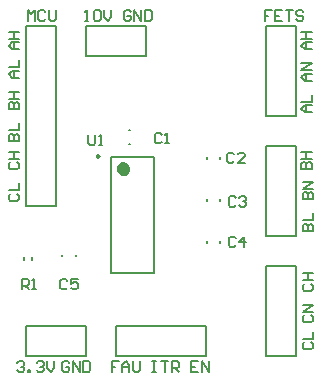
<source format=gto>
G04*
G04 #@! TF.GenerationSoftware,Altium Limited,Altium Designer,20.1.11 (218)*
G04*
G04 Layer_Color=65535*
%FSLAX25Y25*%
%MOIN*%
G70*
G04*
G04 #@! TF.SameCoordinates,C0BC10C8-0731-4CBC-98FA-3322C1096404*
G04*
G04*
G04 #@! TF.FilePolarity,Positive*
G04*
G01*
G75*
%ADD10C,0.00984*%
%ADD11C,0.02362*%
%ADD12C,0.00787*%
%ADD13C,0.00700*%
D10*
X169476Y171587D02*
X168738Y172013D01*
Y171160D01*
X169476Y171587D01*
D11*
X178532Y167354D02*
X178087Y168278D01*
X177088Y168506D01*
X176286Y167867D01*
Y166842D01*
X177088Y166203D01*
X178087Y166431D01*
X178532Y167354D01*
D12*
X179303Y175736D02*
X179697D01*
X179303Y180264D02*
X179697D01*
X147068Y137039D02*
Y137827D01*
X144509Y137039D02*
Y137827D01*
X161665Y138221D02*
Y138614D01*
X157137Y138221D02*
Y138614D01*
X165000Y105000D02*
Y115000D01*
X145000Y105000D02*
X165000D01*
X145000D02*
Y115000D01*
X165000D01*
X205236Y170803D02*
Y171197D01*
X209764Y170803D02*
Y171197D01*
X205236Y142803D02*
Y143197D01*
X209764Y142803D02*
Y143197D01*
X205236Y156803D02*
Y157197D01*
X209764Y156803D02*
Y157197D01*
X185000Y205000D02*
Y215000D01*
X165000Y205000D02*
X185000D01*
X165000D02*
Y215000D01*
X185000D01*
X225000D02*
X235000D01*
Y185000D02*
Y215000D01*
X225000Y185000D02*
X235000D01*
X225000D02*
Y215000D01*
X145000Y155000D02*
Y215000D01*
X155000Y155000D02*
Y215000D01*
X145000D02*
X155000D01*
X145000Y155000D02*
X155000D01*
X173413Y132709D02*
Y171291D01*
X187587Y132709D02*
Y171291D01*
X173413D02*
X187587D01*
X173413Y132709D02*
X187587D01*
X225000Y175000D02*
X235000D01*
Y145000D02*
Y175000D01*
X225000Y145000D02*
X235000D01*
X225000D02*
Y175000D01*
Y135000D02*
X235000D01*
Y105000D02*
Y135000D01*
X225000Y105000D02*
X235000D01*
X225000D02*
Y135000D01*
X175000Y105000D02*
Y115000D01*
X205000D01*
Y105000D02*
Y115000D01*
X175000Y105000D02*
X205000D01*
D13*
X237884Y118533D02*
X237301Y117949D01*
Y116783D01*
X237884Y116200D01*
X240217D01*
X240800Y116783D01*
Y117949D01*
X240217Y118533D01*
X240800Y119699D02*
X237301D01*
X240800Y122031D01*
X237301D01*
X142200Y102616D02*
X142783Y103199D01*
X143949D01*
X144533Y102616D01*
Y102033D01*
X143949Y101449D01*
X143366D01*
X143949D01*
X144533Y100866D01*
Y100283D01*
X143949Y99700D01*
X142783D01*
X142200Y100283D01*
X145699Y99700D02*
Y100283D01*
X146282D01*
Y99700D01*
X145699D01*
X148615Y102616D02*
X149198Y103199D01*
X150364D01*
X150947Y102616D01*
Y102033D01*
X150364Y101449D01*
X149781D01*
X150364D01*
X150947Y100866D01*
Y100283D01*
X150364Y99700D01*
X149198D01*
X148615Y100283D01*
X152113Y103199D02*
Y100866D01*
X153280Y99700D01*
X154446Y100866D01*
Y103199D01*
X240300Y186200D02*
X237967D01*
X236801Y187366D01*
X237967Y188533D01*
X240300D01*
X238551D01*
Y186200D01*
X236801Y189699D02*
X240300D01*
Y192032D01*
X159533Y102616D02*
X158949Y103199D01*
X157783D01*
X157200Y102616D01*
Y100283D01*
X157783Y99700D01*
X158949D01*
X159533Y100283D01*
Y101449D01*
X158366D01*
X160699Y99700D02*
Y103199D01*
X163031Y99700D01*
Y103199D01*
X164198D02*
Y99700D01*
X165947D01*
X166530Y100283D01*
Y102616D01*
X165947Y103199D01*
X164198D01*
X237301Y157200D02*
X240800D01*
Y158949D01*
X240217Y159533D01*
X239634D01*
X239051Y158949D01*
Y157200D01*
Y158949D01*
X238467Y159533D01*
X237884D01*
X237301Y158949D01*
Y157200D01*
X240800Y160699D02*
X237301D01*
X240800Y163031D01*
X237301D01*
X236801Y167200D02*
X240300D01*
Y168949D01*
X239717Y169533D01*
X239134D01*
X238551Y168949D01*
Y167200D01*
Y168949D01*
X237967Y169533D01*
X237384D01*
X236801Y168949D01*
Y167200D01*
Y170699D02*
X240300D01*
X238551D01*
Y173031D01*
X236801D01*
X240300D01*
X139301Y176700D02*
X142800D01*
Y178449D01*
X142217Y179033D01*
X141634D01*
X141051Y178449D01*
Y176700D01*
Y178449D01*
X140467Y179033D01*
X139884D01*
X139301Y178449D01*
Y176700D01*
Y180199D02*
X142800D01*
Y182531D01*
X145700Y216700D02*
Y220199D01*
X146866Y219033D01*
X148033Y220199D01*
Y216700D01*
X151531Y219616D02*
X150948Y220199D01*
X149782D01*
X149199Y219616D01*
Y217283D01*
X149782Y216700D01*
X150948D01*
X151531Y217283D01*
X152698Y220199D02*
Y217283D01*
X153281Y216700D01*
X154447D01*
X155030Y217283D01*
Y220199D01*
X240300Y196700D02*
X237967D01*
X236801Y197866D01*
X237967Y199033D01*
X240300D01*
X238551D01*
Y196700D01*
X240300Y200199D02*
X236801D01*
X240300Y202532D01*
X236801D01*
X237884Y129033D02*
X237301Y128449D01*
Y127283D01*
X237884Y126700D01*
X240217D01*
X240800Y127283D01*
Y128449D01*
X240217Y129033D01*
X237301Y130199D02*
X240800D01*
X239051D01*
Y132531D01*
X237301D01*
X240800D01*
X142800Y207200D02*
X140467D01*
X139301Y208366D01*
X140467Y209533D01*
X142800D01*
X141051D01*
Y207200D01*
X139301Y210699D02*
X142800D01*
X141051D01*
Y213032D01*
X139301D01*
X142800D01*
X240300Y207200D02*
X237967D01*
X236801Y208366D01*
X237967Y209533D01*
X240300D01*
X238551D01*
Y207200D01*
X236801Y210699D02*
X240300D01*
X238551D01*
Y213031D01*
X236801D01*
X240300D01*
X139884Y169533D02*
X139301Y168949D01*
Y167783D01*
X139884Y167200D01*
X142217D01*
X142800Y167783D01*
Y168949D01*
X142217Y169533D01*
X139301Y170699D02*
X142800D01*
X141051D01*
Y173031D01*
X139301D01*
X142800D01*
X202533Y103199D02*
X200200D01*
Y99700D01*
X202533D01*
X200200Y101449D02*
X201366D01*
X203699Y99700D02*
Y103199D01*
X206031Y99700D01*
Y103199D01*
X237301Y146700D02*
X240800D01*
Y148449D01*
X240217Y149033D01*
X239634D01*
X239051Y148449D01*
Y146700D01*
Y148449D01*
X238467Y149033D01*
X237884D01*
X237301Y148449D01*
Y146700D01*
Y150199D02*
X240800D01*
Y152532D01*
X142800Y197700D02*
X140467D01*
X139301Y198866D01*
X140467Y200033D01*
X142800D01*
X141051D01*
Y197700D01*
X139301Y201199D02*
X142800D01*
Y203532D01*
X164700Y216700D02*
X165866D01*
X165283D01*
Y220199D01*
X164700Y219616D01*
X167616D02*
X168199Y220199D01*
X169365D01*
X169948Y219616D01*
Y217283D01*
X169365Y216700D01*
X168199D01*
X167616Y217283D01*
Y219616D01*
X171115Y220199D02*
Y217866D01*
X172281Y216700D01*
X173447Y217866D01*
Y220199D01*
X187200Y103199D02*
X188366D01*
X187783D01*
Y99700D01*
X187200D01*
X188366D01*
X190116Y103199D02*
X192448D01*
X191282D01*
Y99700D01*
X193615D02*
Y103199D01*
X195364D01*
X195947Y102616D01*
Y101449D01*
X195364Y100866D01*
X193615D01*
X194781D02*
X195947Y99700D01*
X139301Y187200D02*
X142800D01*
Y188949D01*
X142217Y189533D01*
X141634D01*
X141051Y188949D01*
Y187200D01*
Y188949D01*
X140467Y189533D01*
X139884D01*
X139301Y188949D01*
Y187200D01*
Y190699D02*
X142800D01*
X141051D01*
Y193032D01*
X139301D01*
X142800D01*
X227033Y220199D02*
X224700D01*
Y218449D01*
X225866D01*
X224700D01*
Y216700D01*
X230531Y220199D02*
X228199D01*
Y216700D01*
X230531D01*
X228199Y218449D02*
X229365D01*
X231698Y220199D02*
X234030D01*
X232864D01*
Y216700D01*
X237529Y219616D02*
X236946Y220199D01*
X235780D01*
X235197Y219616D01*
Y219033D01*
X235780Y218449D01*
X236946D01*
X237529Y217866D01*
Y217283D01*
X236946Y216700D01*
X235780D01*
X235197Y217283D01*
X176033Y103199D02*
X173700D01*
Y101449D01*
X174866D01*
X173700D01*
Y99700D01*
X177199D02*
Y102033D01*
X178365Y103199D01*
X179531Y102033D01*
Y99700D01*
Y101449D01*
X177199D01*
X180698Y103199D02*
Y100283D01*
X181281Y99700D01*
X182447D01*
X183030Y100283D01*
Y103199D01*
X237884Y109533D02*
X237301Y108949D01*
Y107783D01*
X237884Y107200D01*
X240217D01*
X240800Y107783D01*
Y108949D01*
X240217Y109533D01*
X237301Y110699D02*
X240800D01*
Y113031D01*
X139884Y159033D02*
X139301Y158449D01*
Y157283D01*
X139884Y156700D01*
X142217D01*
X142800Y157283D01*
Y158449D01*
X142217Y159033D01*
X139301Y160199D02*
X142800D01*
Y162531D01*
X180033Y219616D02*
X179449Y220199D01*
X178283D01*
X177700Y219616D01*
Y217283D01*
X178283Y216700D01*
X179449D01*
X180033Y217283D01*
Y218449D01*
X178866D01*
X181199Y216700D02*
Y220199D01*
X183531Y216700D01*
Y220199D01*
X184698D02*
Y216700D01*
X186447D01*
X187030Y217283D01*
Y219616D01*
X186447Y220199D01*
X184698D01*
X158818Y130084D02*
X158235Y130667D01*
X157069D01*
X156485Y130084D01*
Y127751D01*
X157069Y127168D01*
X158235D01*
X158818Y127751D01*
X162317Y130667D02*
X159984D01*
Y128917D01*
X161151Y129500D01*
X161734D01*
X162317Y128917D01*
Y127751D01*
X161734Y127168D01*
X160567D01*
X159984Y127751D01*
X214917Y144166D02*
X214334Y144749D01*
X213167D01*
X212584Y144166D01*
Y141834D01*
X213167Y141251D01*
X214334D01*
X214917Y141834D01*
X217833Y141251D02*
Y144749D01*
X216083Y143000D01*
X218416D01*
X214917Y157666D02*
X214334Y158249D01*
X213167D01*
X212584Y157666D01*
Y155334D01*
X213167Y154751D01*
X214334D01*
X214917Y155334D01*
X216083Y157666D02*
X216666Y158249D01*
X217833D01*
X218416Y157666D01*
Y157083D01*
X217833Y156500D01*
X217249D01*
X217833D01*
X218416Y155917D01*
Y155334D01*
X217833Y154751D01*
X216666D01*
X216083Y155334D01*
X214417Y172166D02*
X213834Y172749D01*
X212667D01*
X212084Y172166D01*
Y169834D01*
X212667Y169251D01*
X213834D01*
X214417Y169834D01*
X217916Y169251D02*
X215583D01*
X217916Y171583D01*
Y172166D01*
X217333Y172749D01*
X216166D01*
X215583Y172166D01*
X190242Y178803D02*
X189658Y179386D01*
X188492D01*
X187909Y178803D01*
Y176470D01*
X188492Y175887D01*
X189658D01*
X190242Y176470D01*
X191408Y175887D02*
X192574D01*
X191991D01*
Y179386D01*
X191408Y178803D01*
X165850Y178749D02*
Y175833D01*
X166433Y175250D01*
X167599D01*
X168183Y175833D01*
Y178749D01*
X169349Y175250D02*
X170515D01*
X169932D01*
Y178749D01*
X169349Y178166D01*
X143667Y127251D02*
Y130749D01*
X145417D01*
X146000Y130166D01*
Y129000D01*
X145417Y128417D01*
X143667D01*
X144834D02*
X146000Y127251D01*
X147166D02*
X148333D01*
X147749D01*
Y130749D01*
X147166Y130166D01*
M02*

</source>
